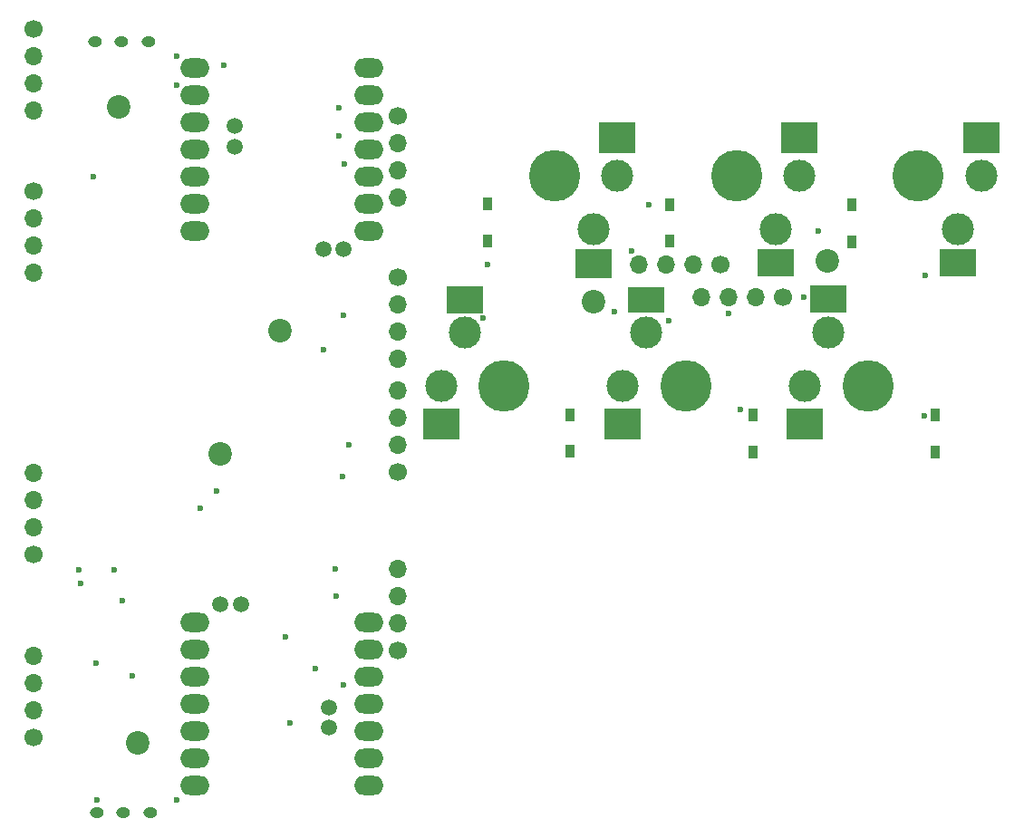
<source format=gbr>
G04 #@! TF.GenerationSoftware,KiCad,Pcbnew,9.0.0*
G04 #@! TF.CreationDate,2025-04-19T14:36:31+09:00*
G04 #@! TF.ProjectId,nofy_V2_E,6e6f6679-5f56-4325-9f45-2e6b69636164,rev?*
G04 #@! TF.SameCoordinates,Original*
G04 #@! TF.FileFunction,Soldermask,Bot*
G04 #@! TF.FilePolarity,Negative*
%FSLAX46Y46*%
G04 Gerber Fmt 4.6, Leading zero omitted, Abs format (unit mm)*
G04 Created by KiCad (PCBNEW 9.0.0) date 2025-04-19 14:36:31*
%MOMM*%
%LPD*%
G01*
G04 APERTURE LIST*
%ADD10R,0.950000X1.200000*%
%ADD11O,2.750000X1.800000*%
%ADD12C,1.500000*%
%ADD13C,3.000000*%
%ADD14C,4.800000*%
%ADD15R,3.500000X2.700000*%
%ADD16R,3.500000X3.000000*%
%ADD17R,3.500000X2.650000*%
%ADD18C,1.700000*%
%ADD19O,1.700000X1.700000*%
%ADD20C,2.200000*%
%ADD21R,3.500000X2.450000*%
%ADD22R,3.500000X2.500000*%
%ADD23O,1.300000X1.000000*%
%ADD24C,0.600000*%
G04 APERTURE END LIST*
D10*
X104145500Y-55829525D03*
X104145500Y-59279525D03*
D11*
X34979100Y-23434100D03*
X34979100Y-25974100D03*
X34979100Y-28514100D03*
X34979100Y-31054100D03*
X34979100Y-33594100D03*
X34979100Y-36134100D03*
X34979100Y-38674100D03*
X51219100Y-38674100D03*
X51219100Y-36134100D03*
X51219100Y-33594100D03*
X51219100Y-31054100D03*
X51219100Y-28514100D03*
X51219100Y-25974100D03*
X51219100Y-23434100D03*
D12*
X46934500Y-40366100D03*
X48814100Y-40366100D03*
X38654100Y-30737100D03*
X38654100Y-28832100D03*
D13*
X72245500Y-38453000D03*
D14*
X68545500Y-33453000D03*
D13*
X74445500Y-33453000D03*
D15*
X72245500Y-41653000D03*
D16*
X74445500Y-29903000D03*
D10*
X96295500Y-39652975D03*
X96295500Y-36202975D03*
X87095500Y-55829525D03*
X87095500Y-59279525D03*
D13*
X89245500Y-38453000D03*
D14*
X85545500Y-33453000D03*
D13*
X91445500Y-33453000D03*
D17*
X89245500Y-41628000D03*
D16*
X91445500Y-29903000D03*
D18*
X53899100Y-42934100D03*
D19*
X53899100Y-45474100D03*
X53899100Y-48014100D03*
X53899100Y-50554100D03*
D20*
X42945500Y-47953000D03*
D13*
X77145500Y-48153000D03*
D14*
X80845500Y-53153000D03*
D13*
X74945500Y-53153000D03*
D21*
X77145500Y-45078000D03*
D16*
X74945500Y-56703000D03*
D18*
X89865500Y-44853000D03*
D19*
X87325500Y-44853000D03*
X84785500Y-44853000D03*
X82245500Y-44853000D03*
D20*
X27845500Y-27053000D03*
D18*
X19899100Y-34879100D03*
D19*
X19899100Y-37419100D03*
X19899100Y-39959100D03*
X19899100Y-42499100D03*
D20*
X37295500Y-59453000D03*
D13*
X60145500Y-48153000D03*
D14*
X63845500Y-53153000D03*
D13*
X57945500Y-53153000D03*
D22*
X60145500Y-45053000D03*
D16*
X57945500Y-56703000D03*
D10*
X70045500Y-55803025D03*
X70045500Y-59253025D03*
D23*
X30780500Y-92998000D03*
X28280500Y-92998000D03*
X25780500Y-92998000D03*
D18*
X19880500Y-85948000D03*
D19*
X19880500Y-83408000D03*
X19880500Y-80868000D03*
X19880500Y-78328000D03*
D18*
X53880500Y-77848000D03*
D19*
X53880500Y-75308000D03*
X53880500Y-72768000D03*
X53880500Y-70228000D03*
D10*
X62295500Y-39552975D03*
X62295500Y-36102975D03*
D18*
X53899100Y-27874100D03*
D19*
X53899100Y-30414100D03*
X53899100Y-32954100D03*
X53899100Y-35494100D03*
D18*
X53880500Y-61148000D03*
D19*
X53880500Y-58608000D03*
X53880500Y-56068000D03*
X53880500Y-53528000D03*
D20*
X94045500Y-41395800D03*
X72245500Y-45203000D03*
D13*
X94145500Y-48153000D03*
D14*
X97845500Y-53153000D03*
D13*
X91945500Y-53153000D03*
D17*
X94145500Y-44978000D03*
D16*
X91945500Y-56703000D03*
D23*
X25599100Y-20924100D03*
X28099100Y-20924100D03*
X30599100Y-20924100D03*
D20*
X29645500Y-86453000D03*
D18*
X19880500Y-68888000D03*
D19*
X19880500Y-66348000D03*
X19880500Y-63808000D03*
X19880500Y-61268000D03*
D11*
X51200500Y-90468000D03*
X51200500Y-87928000D03*
X51200500Y-85388000D03*
X51200500Y-82848000D03*
X51200500Y-80308000D03*
X51200500Y-77768000D03*
X51200500Y-75228000D03*
X34960500Y-75228000D03*
X34960500Y-77768000D03*
X34960500Y-80308000D03*
X34960500Y-82848000D03*
X34960500Y-85388000D03*
X34960500Y-87928000D03*
X34960500Y-90468000D03*
D12*
X39245100Y-73536000D03*
X37365500Y-73536000D03*
X47525500Y-83165000D03*
X47525500Y-85070000D03*
D18*
X19899100Y-19734100D03*
D19*
X19899100Y-22274100D03*
X19899100Y-24814100D03*
X19899100Y-27354100D03*
D10*
X79295500Y-39602975D03*
X79295500Y-36152975D03*
D18*
X84045500Y-41753000D03*
D19*
X81505500Y-41753000D03*
X78965500Y-41753000D03*
X76425500Y-41753000D03*
D13*
X106245500Y-38453000D03*
D14*
X102545500Y-33453000D03*
D13*
X108445500Y-33453000D03*
D17*
X106245500Y-41628000D03*
D16*
X108445500Y-29903000D03*
D24*
X24095500Y-70268700D03*
X25733900Y-79056300D03*
X27395500Y-70268700D03*
X33233800Y-91805600D03*
X25780500Y-91805600D03*
X25500800Y-33545000D03*
X37695500Y-23103000D03*
X48379000Y-29779900D03*
X75723100Y-40503000D03*
X103216600Y-42811200D03*
X74128700Y-46207500D03*
X85928800Y-55353000D03*
X103116700Y-55886700D03*
X93195500Y-38653000D03*
X62295500Y-41753000D03*
X77408200Y-36166000D03*
X61900000Y-46807500D03*
X84785500Y-46331000D03*
X91863500Y-44853000D03*
X79197200Y-46984400D03*
X33302400Y-22270000D03*
X33302400Y-25020800D03*
X48814100Y-46500000D03*
X48395500Y-27153000D03*
X48938000Y-32392400D03*
X46934500Y-49746600D03*
X48811368Y-81034897D03*
X46209400Y-79566900D03*
X48095500Y-70228000D03*
X48192500Y-72774400D03*
X43421300Y-76532800D03*
X43845500Y-84603000D03*
X48751800Y-61593400D03*
X36974100Y-62974300D03*
X49356000Y-58589100D03*
X24245500Y-71553000D03*
X35460500Y-64555100D03*
X29108300Y-80241800D03*
X28145500Y-73203000D03*
M02*

</source>
